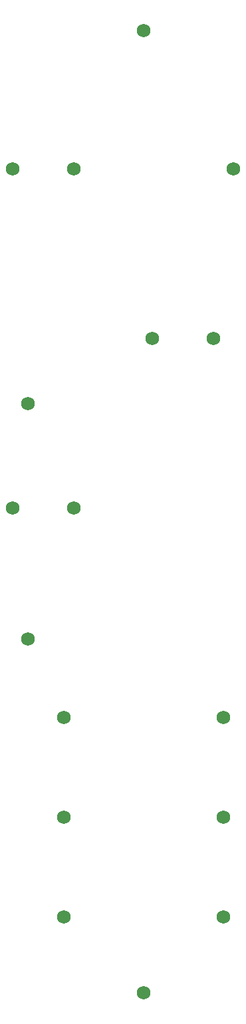
<source format=gbs>
G04 Layer_Color=16711935*
%FSLAX43Y43*%
%MOMM*%
G71*
G01*
G75*
%ADD14C,1.727*%
D14*
X196088Y302031D02*
D03*
Y332031D02*
D03*
X220980Y292100D02*
D03*
X200660D02*
D03*
X219710Y340360D02*
D03*
X211910D02*
D03*
X200660Y279400D02*
D03*
X220980D02*
D03*
X201930Y361950D02*
D03*
X194130D02*
D03*
X210820Y379500D02*
D03*
X201930Y318770D02*
D03*
X194130D02*
D03*
X200660Y266700D02*
D03*
X220980D02*
D03*
X210820Y257000D02*
D03*
X222250Y361950D02*
D03*
M02*

</source>
